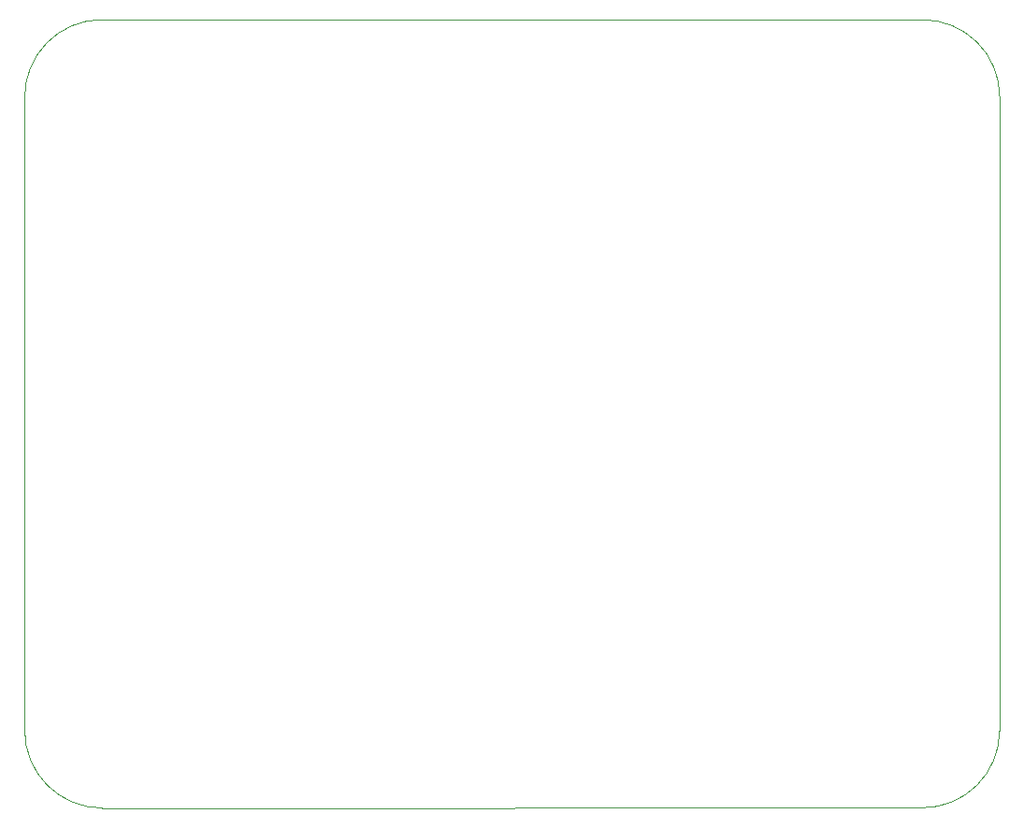
<source format=gbr>
%TF.GenerationSoftware,KiCad,Pcbnew,9.0.2-9.0.2-0~ubuntu24.04.1*%
%TF.CreationDate,2025-07-07T13:30:36-04:00*%
%TF.ProjectId,Transfer_G2RL,5472616e-7366-4657-925f-4732524c2e6b,rev?*%
%TF.SameCoordinates,Original*%
%TF.FileFunction,Profile,NP*%
%FSLAX46Y46*%
G04 Gerber Fmt 4.6, Leading zero omitted, Abs format (unit mm)*
G04 Created by KiCad (PCBNEW 9.0.2-9.0.2-0~ubuntu24.04.1) date 2025-07-07 13:30:36*
%MOMM*%
%LPD*%
G01*
G04 APERTURE LIST*
%TA.AperFunction,Profile*%
%ADD10C,0.050000*%
%TD*%
G04 APERTURE END LIST*
D10*
X174345082Y-64335486D02*
G75*
G02*
X181345084Y-71335488I0J-7000002D01*
G01*
X93061143Y-71465813D02*
G75*
G02*
X100050082Y-64328339I7005703J130574D01*
G01*
X100066846Y-135753713D02*
G75*
G02*
X93065082Y-128740034I0J7001774D01*
G01*
X100050968Y-64328335D02*
X174345082Y-64337322D01*
X93065082Y-128740034D02*
X93065082Y-71465739D01*
X181329762Y-128751939D02*
G75*
G02*
X174345082Y-135736619I-6984680J0D01*
G01*
X174345082Y-135736561D02*
X100066846Y-135753713D01*
X181345084Y-71335489D02*
X181330082Y-128746289D01*
M02*

</source>
